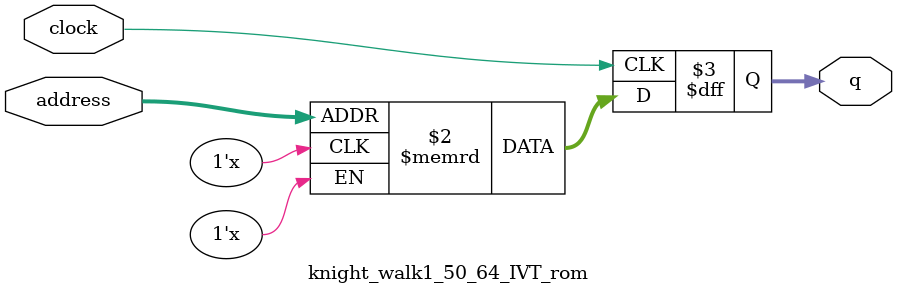
<source format=sv>
module knight_walk1_50_64_IVT_rom (
	input logic clock,
	input logic [11:0] address,
	output logic [2:0] q
);

logic [2:0] memory [0:3199] /* synthesis ram_init_file = "./knight_walk1_50_64_IVT/knight_walk1_50_64_IVT.mif" */;

always_ff @ (posedge clock) begin
	q <= memory[address];
end

endmodule

</source>
